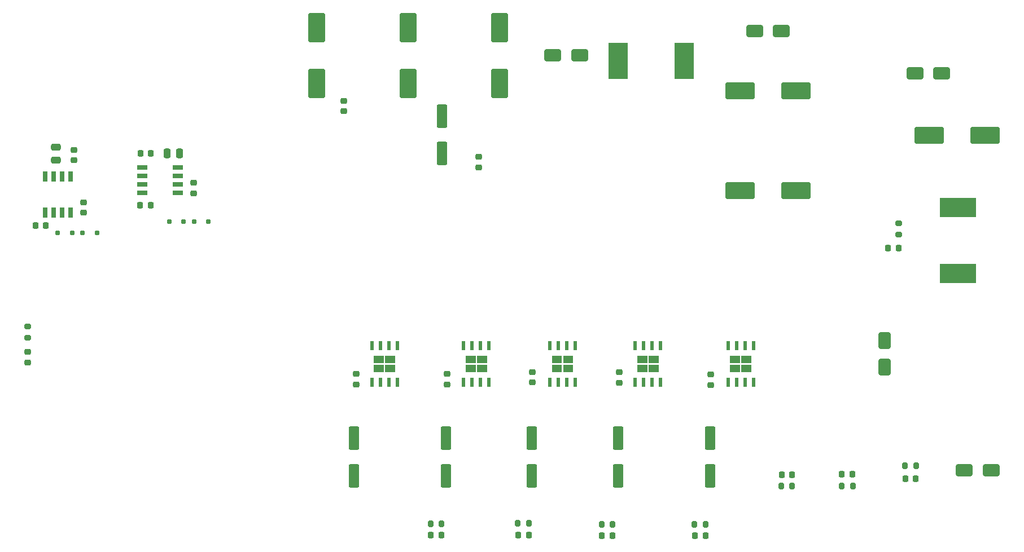
<source format=gbr>
%TF.GenerationSoftware,KiCad,Pcbnew,8.0.6*%
%TF.CreationDate,2025-04-01T16:25:00-06:00*%
%TF.ProjectId,SRX160,53525831-3630-42e6-9b69-6361645f7063,rev?*%
%TF.SameCoordinates,Original*%
%TF.FileFunction,Paste,Top*%
%TF.FilePolarity,Positive*%
%FSLAX46Y46*%
G04 Gerber Fmt 4.6, Leading zero omitted, Abs format (unit mm)*
G04 Created by KiCad (PCBNEW 8.0.6) date 2025-04-01 16:25:00*
%MOMM*%
%LPD*%
G01*
G04 APERTURE LIST*
G04 Aperture macros list*
%AMRoundRect*
0 Rectangle with rounded corners*
0 $1 Rounding radius*
0 $2 $3 $4 $5 $6 $7 $8 $9 X,Y pos of 4 corners*
0 Add a 4 corners polygon primitive as box body*
4,1,4,$2,$3,$4,$5,$6,$7,$8,$9,$2,$3,0*
0 Add four circle primitives for the rounded corners*
1,1,$1+$1,$2,$3*
1,1,$1+$1,$4,$5*
1,1,$1+$1,$6,$7*
1,1,$1+$1,$8,$9*
0 Add four rect primitives between the rounded corners*
20,1,$1+$1,$2,$3,$4,$5,0*
20,1,$1+$1,$4,$5,$6,$7,0*
20,1,$1+$1,$6,$7,$8,$9,0*
20,1,$1+$1,$8,$9,$2,$3,0*%
G04 Aperture macros list end*
%ADD10C,0.000000*%
%ADD11RoundRect,0.250000X1.950000X1.000000X-1.950000X1.000000X-1.950000X-1.000000X1.950000X-1.000000X0*%
%ADD12R,0.558800X1.460500*%
%ADD13RoundRect,0.200000X0.275000X-0.200000X0.275000X0.200000X-0.275000X0.200000X-0.275000X-0.200000X0*%
%ADD14RoundRect,0.175000X0.175000X0.175000X-0.175000X0.175000X-0.175000X-0.175000X0.175000X-0.175000X0*%
%ADD15RoundRect,0.200000X-0.200000X-0.275000X0.200000X-0.275000X0.200000X0.275000X-0.200000X0.275000X0*%
%ADD16R,5.400000X2.900000*%
%ADD17RoundRect,0.225000X-0.250000X0.225000X-0.250000X-0.225000X0.250000X-0.225000X0.250000X0.225000X0*%
%ADD18R,1.500000X0.650000*%
%ADD19RoundRect,0.225000X0.250000X-0.225000X0.250000X0.225000X-0.250000X0.225000X-0.250000X-0.225000X0*%
%ADD20RoundRect,0.218750X0.218750X0.256250X-0.218750X0.256250X-0.218750X-0.256250X0.218750X-0.256250X0*%
%ADD21RoundRect,0.250000X-0.550000X1.500000X-0.550000X-1.500000X0.550000X-1.500000X0.550000X1.500000X0*%
%ADD22RoundRect,0.218750X0.256250X-0.218750X0.256250X0.218750X-0.256250X0.218750X-0.256250X-0.218750X0*%
%ADD23RoundRect,0.218750X-0.218750X-0.256250X0.218750X-0.256250X0.218750X0.256250X-0.218750X0.256250X0*%
%ADD24RoundRect,0.200000X0.200000X0.275000X-0.200000X0.275000X-0.200000X-0.275000X0.200000X-0.275000X0*%
%ADD25RoundRect,0.225000X0.225000X0.250000X-0.225000X0.250000X-0.225000X-0.250000X0.225000X-0.250000X0*%
%ADD26RoundRect,0.250000X1.000000X-1.950000X1.000000X1.950000X-1.000000X1.950000X-1.000000X-1.950000X0*%
%ADD27RoundRect,0.175000X-0.175000X-0.175000X0.175000X-0.175000X0.175000X0.175000X-0.175000X0.175000X0*%
%ADD28RoundRect,0.250000X-1.950000X-1.000000X1.950000X-1.000000X1.950000X1.000000X-1.950000X1.000000X0*%
%ADD29RoundRect,0.250000X0.550000X-1.500000X0.550000X1.500000X-0.550000X1.500000X-0.550000X-1.500000X0*%
%ADD30RoundRect,0.250000X-1.000000X-0.650000X1.000000X-0.650000X1.000000X0.650000X-1.000000X0.650000X0*%
%ADD31R,2.900000X5.400000*%
%ADD32RoundRect,0.250000X-0.650000X1.000000X-0.650000X-1.000000X0.650000X-1.000000X0.650000X1.000000X0*%
%ADD33RoundRect,0.225000X-0.225000X-0.250000X0.225000X-0.250000X0.225000X0.250000X-0.225000X0.250000X0*%
%ADD34RoundRect,0.250000X0.250000X0.475000X-0.250000X0.475000X-0.250000X-0.475000X0.250000X-0.475000X0*%
%ADD35RoundRect,0.250000X0.475000X-0.250000X0.475000X0.250000X-0.475000X0.250000X-0.475000X-0.250000X0*%
%ADD36R,0.650000X1.500000*%
G04 APERTURE END LIST*
D10*
%TO.C,U9*%
G36*
X120666400Y-90933600D02*
G01*
X119164600Y-90933600D01*
X119164600Y-89774700D01*
X120666400Y-89774700D01*
X120666400Y-90933600D01*
G37*
G36*
X120666400Y-92292500D02*
G01*
X119164600Y-92292500D01*
X119164600Y-91133600D01*
X120666400Y-91133600D01*
X120666400Y-92292500D01*
G37*
G36*
X122368200Y-90933600D02*
G01*
X120866400Y-90933600D01*
X120866400Y-89774700D01*
X122368200Y-89774700D01*
X122368200Y-90933600D01*
G37*
G36*
X122368200Y-92292500D02*
G01*
X120866400Y-92292500D01*
X120866400Y-91133600D01*
X122368200Y-91133600D01*
X122368200Y-92292500D01*
G37*
%TO.C,U8*%
G36*
X133604000Y-90933600D02*
G01*
X132102200Y-90933600D01*
X132102200Y-89774700D01*
X133604000Y-89774700D01*
X133604000Y-90933600D01*
G37*
G36*
X133604000Y-92292500D02*
G01*
X132102200Y-92292500D01*
X132102200Y-91133600D01*
X133604000Y-91133600D01*
X133604000Y-92292500D01*
G37*
G36*
X135305800Y-90933600D02*
G01*
X133804000Y-90933600D01*
X133804000Y-89774700D01*
X135305800Y-89774700D01*
X135305800Y-90933600D01*
G37*
G36*
X135305800Y-92292500D02*
G01*
X133804000Y-92292500D01*
X133804000Y-91133600D01*
X135305800Y-91133600D01*
X135305800Y-92292500D01*
G37*
%TO.C,U1*%
G36*
X160326400Y-90933600D02*
G01*
X158824600Y-90933600D01*
X158824600Y-89774700D01*
X160326400Y-89774700D01*
X160326400Y-90933600D01*
G37*
G36*
X160326400Y-92292500D02*
G01*
X158824600Y-92292500D01*
X158824600Y-91133600D01*
X160326400Y-91133600D01*
X160326400Y-92292500D01*
G37*
G36*
X162028200Y-90933600D02*
G01*
X160526400Y-90933600D01*
X160526400Y-89774700D01*
X162028200Y-89774700D01*
X162028200Y-90933600D01*
G37*
G36*
X162028200Y-92292500D02*
G01*
X160526400Y-92292500D01*
X160526400Y-91133600D01*
X162028200Y-91133600D01*
X162028200Y-92292500D01*
G37*
%TO.C,U4*%
G36*
X146407200Y-90933600D02*
G01*
X144905400Y-90933600D01*
X144905400Y-89774700D01*
X146407200Y-89774700D01*
X146407200Y-90933600D01*
G37*
G36*
X146407200Y-92292500D02*
G01*
X144905400Y-92292500D01*
X144905400Y-91133600D01*
X146407200Y-91133600D01*
X146407200Y-92292500D01*
G37*
G36*
X148109000Y-90933600D02*
G01*
X146607200Y-90933600D01*
X146607200Y-89774700D01*
X148109000Y-89774700D01*
X148109000Y-90933600D01*
G37*
G36*
X148109000Y-92292500D02*
G01*
X146607200Y-92292500D01*
X146607200Y-91133600D01*
X148109000Y-91133600D01*
X148109000Y-92292500D01*
G37*
%TO.C,U10*%
G36*
X106910200Y-90933600D02*
G01*
X105408400Y-90933600D01*
X105408400Y-89774700D01*
X106910200Y-89774700D01*
X106910200Y-90933600D01*
G37*
G36*
X106910200Y-92292500D02*
G01*
X105408400Y-92292500D01*
X105408400Y-91133600D01*
X106910200Y-91133600D01*
X106910200Y-92292500D01*
G37*
G36*
X108612000Y-90933600D02*
G01*
X107110200Y-90933600D01*
X107110200Y-89774700D01*
X108612000Y-89774700D01*
X108612000Y-90933600D01*
G37*
G36*
X108612000Y-92292500D02*
G01*
X107110200Y-92292500D01*
X107110200Y-91133600D01*
X108612000Y-91133600D01*
X108612000Y-92292500D01*
G37*
%TD*%
D11*
%TO.C,C2*%
X168700000Y-50000000D03*
X160300000Y-50000000D03*
%TD*%
D12*
%TO.C,U9*%
X122671400Y-88309450D03*
X121401400Y-88309450D03*
X120131400Y-88309450D03*
X118861400Y-88309450D03*
X118861400Y-93757750D03*
X120131400Y-93757750D03*
X121401400Y-93757750D03*
X122671400Y-93757750D03*
%TD*%
D13*
%TO.C,R4*%
X53492400Y-87083500D03*
X53492400Y-85433500D03*
%TD*%
D14*
%TO.C,D10*%
X60132700Y-71331000D03*
X57982700Y-71331000D03*
%TD*%
D15*
%TO.C,R10*%
X185075000Y-106350000D03*
X186725000Y-106350000D03*
%TD*%
D16*
%TO.C,L1*%
X193000000Y-77400000D03*
X193000000Y-67500000D03*
%TD*%
D15*
%TO.C,R8*%
X127013200Y-114960400D03*
X128663200Y-114960400D03*
%TD*%
D13*
%TO.C,R3*%
X184126404Y-71564461D03*
X184126404Y-69914461D03*
%TD*%
D17*
%TO.C,C14*%
X61874400Y-66763600D03*
X61874400Y-68313600D03*
%TD*%
D18*
%TO.C,U7*%
X76037400Y-65354200D03*
X76037400Y-64084200D03*
X76037400Y-62814200D03*
X76037400Y-61544200D03*
X70637400Y-61544200D03*
X70637400Y-62814200D03*
X70637400Y-64084200D03*
X70637400Y-65354200D03*
%TD*%
D19*
%TO.C,C27*%
X116351600Y-94100650D03*
X116351600Y-92550650D03*
%TD*%
D17*
%TO.C,C24*%
X100892000Y-51545000D03*
X100892000Y-53095000D03*
%TD*%
D20*
%TO.C,D18*%
X168135900Y-107670600D03*
X166560900Y-107670600D03*
%TD*%
D21*
%TO.C,C9*%
X142081200Y-102197600D03*
X142081200Y-107797600D03*
%TD*%
D19*
%TO.C,C25*%
X129204000Y-93820400D03*
X129204000Y-92270400D03*
%TD*%
D21*
%TO.C,C1*%
X155808200Y-102197600D03*
X155808200Y-107797600D03*
%TD*%
D22*
%TO.C,D5*%
X53467000Y-90805200D03*
X53467000Y-89230200D03*
%TD*%
D23*
%TO.C,D16*%
X113969700Y-116738400D03*
X115544700Y-116738400D03*
%TD*%
D14*
%TO.C,D9*%
X63862900Y-71323200D03*
X61712900Y-71323200D03*
%TD*%
D23*
%TO.C,D8*%
X185128400Y-108300000D03*
X186703400Y-108300000D03*
%TD*%
D17*
%TO.C,R9*%
X78417400Y-63830200D03*
X78417400Y-65380200D03*
%TD*%
D24*
%TO.C,R12*%
X177228000Y-109321600D03*
X175578000Y-109321600D03*
%TD*%
D25*
%TO.C,C19*%
X71912400Y-67224200D03*
X70362400Y-67224200D03*
%TD*%
D15*
%TO.C,R11*%
X113906800Y-115062000D03*
X115556800Y-115062000D03*
%TD*%
D23*
%TO.C,D6*%
X139623700Y-116789200D03*
X141198700Y-116789200D03*
%TD*%
%TO.C,D4*%
X153568300Y-116814600D03*
X155143300Y-116814600D03*
%TD*%
D26*
%TO.C,C23*%
X96828000Y-48900000D03*
X96828000Y-40500000D03*
%TD*%
D23*
%TO.C,D1*%
X182549600Y-73660000D03*
X184124600Y-73660000D03*
%TD*%
D11*
%TO.C,C4*%
X168700000Y-65000000D03*
X160300000Y-65000000D03*
%TD*%
D27*
%TO.C,D12*%
X74726900Y-69621400D03*
X76876900Y-69621400D03*
%TD*%
D28*
%TO.C,C3*%
X188662200Y-56667400D03*
X197062200Y-56667400D03*
%TD*%
D21*
%TO.C,C30*%
X102420400Y-102197600D03*
X102420400Y-107797600D03*
%TD*%
D19*
%TO.C,C28*%
X102717000Y-94076850D03*
X102717000Y-92526850D03*
%TD*%
D26*
%TO.C,C22*%
X110544000Y-48900000D03*
X110544000Y-40500000D03*
%TD*%
D29*
%TO.C,C7*%
X115595400Y-59442000D03*
X115595400Y-53842000D03*
%TD*%
D21*
%TO.C,C26*%
X129057400Y-102197600D03*
X129057400Y-107797600D03*
%TD*%
D30*
%TO.C,D2*%
X162500000Y-41000000D03*
X166500000Y-41000000D03*
%TD*%
D15*
%TO.C,R6*%
X153505400Y-115112800D03*
X155155400Y-115112800D03*
%TD*%
D21*
%TO.C,C29*%
X116205000Y-102197600D03*
X116205000Y-107797600D03*
%TD*%
D31*
%TO.C,L2*%
X151950000Y-45500000D03*
X142050000Y-45500000D03*
%TD*%
D15*
%TO.C,R7*%
X139560800Y-115087400D03*
X141210800Y-115087400D03*
%TD*%
D27*
%TO.C,D13*%
X78435300Y-69621400D03*
X80585300Y-69621400D03*
%TD*%
D30*
%TO.C,D3*%
X132250000Y-44650000D03*
X136250000Y-44650000D03*
%TD*%
D32*
%TO.C,D11*%
X182000000Y-87500000D03*
X182000000Y-91500000D03*
%TD*%
D12*
%TO.C,U8*%
X135609000Y-88309450D03*
X134339000Y-88309450D03*
X133069000Y-88309450D03*
X131799000Y-88309450D03*
X131799000Y-93757750D03*
X133069000Y-93757750D03*
X134339000Y-93757750D03*
X135609000Y-93757750D03*
%TD*%
D30*
%TO.C,D7*%
X186569600Y-47396400D03*
X190569600Y-47396400D03*
%TD*%
D33*
%TO.C,C20*%
X70423400Y-59385200D03*
X71973400Y-59385200D03*
%TD*%
D23*
%TO.C,D15*%
X127076100Y-116713000D03*
X128651100Y-116713000D03*
%TD*%
D26*
%TO.C,C21*%
X124260000Y-48900000D03*
X124260000Y-40500000D03*
%TD*%
D20*
%TO.C,D17*%
X177139800Y-107619800D03*
X175564800Y-107619800D03*
%TD*%
D34*
%TO.C,C18*%
X76291400Y-59385200D03*
X74391400Y-59385200D03*
%TD*%
D12*
%TO.C,U1*%
X162331400Y-88309450D03*
X161061400Y-88309450D03*
X159791400Y-88309450D03*
X158521400Y-88309450D03*
X158521400Y-93757750D03*
X159791400Y-93757750D03*
X161061400Y-93757750D03*
X162331400Y-93757750D03*
%TD*%
D25*
%TO.C,C17*%
X56185200Y-70231000D03*
X54635200Y-70231000D03*
%TD*%
D12*
%TO.C,U4*%
X148412200Y-88309450D03*
X147142200Y-88309450D03*
X145872200Y-88309450D03*
X144602200Y-88309450D03*
X144602200Y-93757750D03*
X145872200Y-93757750D03*
X147142200Y-93757750D03*
X148412200Y-93757750D03*
%TD*%
D35*
%TO.C,C13*%
X57710200Y-60391800D03*
X57710200Y-58491800D03*
%TD*%
D12*
%TO.C,U10*%
X108915200Y-88309450D03*
X107645200Y-88309450D03*
X106375200Y-88309450D03*
X105105200Y-88309450D03*
X105105200Y-93757750D03*
X106375200Y-93757750D03*
X107645200Y-93757750D03*
X108915200Y-93757750D03*
%TD*%
D30*
%TO.C,D14*%
X193986400Y-107010200D03*
X197986400Y-107010200D03*
%TD*%
D19*
%TO.C,C8*%
X142189200Y-93840600D03*
X142189200Y-92290600D03*
%TD*%
D17*
%TO.C,R1*%
X60410200Y-58866800D03*
X60410200Y-60416800D03*
%TD*%
%TO.C,C6*%
X121158000Y-59943400D03*
X121158000Y-61493400D03*
%TD*%
D19*
%TO.C,C5*%
X155890800Y-94161600D03*
X155890800Y-92611600D03*
%TD*%
D24*
%TO.C,R13*%
X168160200Y-109347000D03*
X166510200Y-109347000D03*
%TD*%
D36*
%TO.C,U6*%
X59890200Y-62866800D03*
X58620200Y-62866800D03*
X57350200Y-62866800D03*
X56080200Y-62866800D03*
X56080200Y-68266800D03*
X57350200Y-68266800D03*
X58620200Y-68266800D03*
X59890200Y-68266800D03*
%TD*%
M02*

</source>
